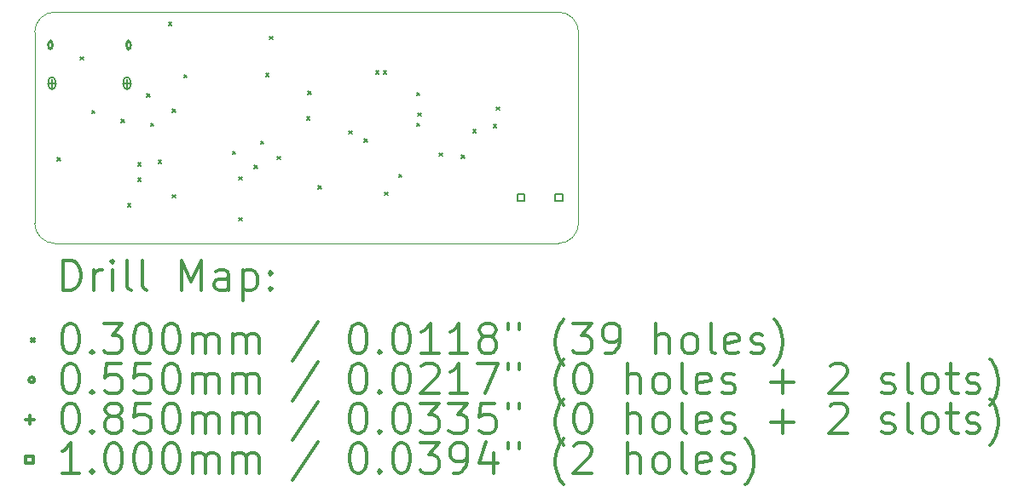
<source format=gbr>
%FSLAX45Y45*%
G04 Gerber Fmt 4.5, Leading zero omitted, Abs format (unit mm)*
G04 Created by KiCad (PCBNEW 5.1.10-88a1d61d58~90~ubuntu20.04.1) date 2022-01-29 20:14:57*
%MOMM*%
%LPD*%
G01*
G04 APERTURE LIST*
%TA.AperFunction,Profile*%
%ADD10C,0.038100*%
%TD*%
%ADD11C,0.200000*%
%ADD12C,0.300000*%
G04 APERTURE END LIST*
D10*
X3800000Y-2700000D02*
X3800000Y-4600000D01*
X9000000Y-2500000D02*
X4000000Y-2500000D01*
X9200000Y-4600000D02*
X9200000Y-2700000D01*
X4000000Y-4800000D02*
X9000000Y-4800000D01*
X3800000Y-2700000D02*
G75*
G02*
X4000000Y-2500000I200000J0D01*
G01*
X9000000Y-2500000D02*
G75*
G02*
X9200000Y-2700000I0J-200000D01*
G01*
X9200000Y-4600000D02*
G75*
G02*
X9000000Y-4800000I-200000J0D01*
G01*
X4000000Y-4800000D02*
G75*
G02*
X3800000Y-4600000I0J200000D01*
G01*
D11*
X4023600Y-3947400D02*
X4053600Y-3977400D01*
X4053600Y-3947400D02*
X4023600Y-3977400D01*
X4252200Y-2944100D02*
X4282200Y-2974100D01*
X4282200Y-2944100D02*
X4252200Y-2974100D01*
X4366500Y-3477500D02*
X4396500Y-3507500D01*
X4396500Y-3477500D02*
X4366500Y-3507500D01*
X4658600Y-3566400D02*
X4688600Y-3596400D01*
X4688600Y-3566400D02*
X4658600Y-3596400D01*
X4722100Y-4404600D02*
X4752100Y-4434600D01*
X4752100Y-4404600D02*
X4722100Y-4434600D01*
X4823700Y-3998200D02*
X4853700Y-4028200D01*
X4853700Y-3998200D02*
X4823700Y-4028200D01*
X4823700Y-4150600D02*
X4853700Y-4180600D01*
X4853700Y-4150600D02*
X4823700Y-4180600D01*
X4912600Y-3312400D02*
X4942600Y-3342400D01*
X4942600Y-3312400D02*
X4912600Y-3342400D01*
X4950700Y-3604500D02*
X4980700Y-3634500D01*
X4980700Y-3604500D02*
X4950700Y-3634500D01*
X5026900Y-3972800D02*
X5056900Y-4002800D01*
X5056900Y-3972800D02*
X5026900Y-4002800D01*
X5128500Y-2601200D02*
X5158500Y-2631200D01*
X5158500Y-2601200D02*
X5128500Y-2631200D01*
X5166600Y-3464800D02*
X5196600Y-3494800D01*
X5196600Y-3464800D02*
X5166600Y-3494800D01*
X5166600Y-4315700D02*
X5196600Y-4345700D01*
X5196600Y-4315700D02*
X5166600Y-4345700D01*
X5280900Y-3121900D02*
X5310900Y-3151900D01*
X5310900Y-3121900D02*
X5280900Y-3151900D01*
X5763500Y-3883900D02*
X5793500Y-3913900D01*
X5793500Y-3883900D02*
X5763500Y-3913900D01*
X5827000Y-4137900D02*
X5857000Y-4167900D01*
X5857000Y-4137900D02*
X5827000Y-4167900D01*
X5827000Y-4544300D02*
X5857000Y-4574300D01*
X5857000Y-4544300D02*
X5827000Y-4574300D01*
X5979400Y-4023600D02*
X6009400Y-4053600D01*
X6009400Y-4023600D02*
X5979400Y-4053600D01*
X6042900Y-3782300D02*
X6072900Y-3812300D01*
X6072900Y-3782300D02*
X6042900Y-3812300D01*
X6093700Y-3109200D02*
X6123700Y-3139200D01*
X6123700Y-3109200D02*
X6093700Y-3139200D01*
X6131800Y-2740900D02*
X6161800Y-2770900D01*
X6161800Y-2740900D02*
X6131800Y-2770900D01*
X6208000Y-3934700D02*
X6238000Y-3964700D01*
X6238000Y-3934700D02*
X6208000Y-3964700D01*
X6500100Y-3541000D02*
X6530100Y-3571000D01*
X6530100Y-3541000D02*
X6500100Y-3571000D01*
X6512800Y-3287000D02*
X6542800Y-3317000D01*
X6542800Y-3287000D02*
X6512800Y-3317000D01*
X6614400Y-4226800D02*
X6644400Y-4256800D01*
X6644400Y-4226800D02*
X6614400Y-4256800D01*
X6919200Y-3680700D02*
X6949200Y-3710700D01*
X6949200Y-3680700D02*
X6919200Y-3710700D01*
X7071600Y-3760506D02*
X7101600Y-3790506D01*
X7101600Y-3760506D02*
X7071600Y-3790506D01*
X7185900Y-3083800D02*
X7215900Y-3113800D01*
X7215900Y-3083800D02*
X7185900Y-3113800D01*
X7262100Y-3083800D02*
X7292100Y-3113800D01*
X7292100Y-3083800D02*
X7262100Y-3113800D01*
X7274800Y-4290300D02*
X7304800Y-4320300D01*
X7304800Y-4290300D02*
X7274800Y-4320300D01*
X7414500Y-4112500D02*
X7444500Y-4142500D01*
X7444500Y-4112500D02*
X7414500Y-4142500D01*
X7592300Y-3299700D02*
X7622300Y-3329700D01*
X7622300Y-3299700D02*
X7592300Y-3329700D01*
X7592300Y-3604500D02*
X7622300Y-3634500D01*
X7622300Y-3604500D02*
X7592300Y-3634500D01*
X7605000Y-3502900D02*
X7635000Y-3532900D01*
X7635000Y-3502900D02*
X7605000Y-3532900D01*
X7815650Y-3901850D02*
X7845650Y-3931850D01*
X7845650Y-3901850D02*
X7815650Y-3931850D01*
X8036800Y-3922000D02*
X8066800Y-3952000D01*
X8066800Y-3922000D02*
X8036800Y-3952000D01*
X8151100Y-3668000D02*
X8181100Y-3698000D01*
X8181100Y-3668000D02*
X8151100Y-3698000D01*
X8354300Y-3617200D02*
X8384300Y-3647200D01*
X8384300Y-3617200D02*
X8354300Y-3647200D01*
X8386050Y-3445750D02*
X8416050Y-3475750D01*
X8416050Y-3445750D02*
X8386050Y-3475750D01*
X3983400Y-2827600D02*
G75*
G03*
X3983400Y-2827600I-27500J0D01*
G01*
X3973400Y-2860100D02*
X3973400Y-2795100D01*
X3938400Y-2860100D02*
X3938400Y-2795100D01*
X3973400Y-2795100D02*
G75*
G03*
X3938400Y-2795100I-17500J0D01*
G01*
X3938400Y-2860100D02*
G75*
G03*
X3973400Y-2860100I17500J0D01*
G01*
X4758400Y-2827600D02*
G75*
G03*
X4758400Y-2827600I-27500J0D01*
G01*
X4748400Y-2860100D02*
X4748400Y-2795100D01*
X4713400Y-2860100D02*
X4713400Y-2795100D01*
X4748400Y-2795100D02*
G75*
G03*
X4713400Y-2795100I-17500J0D01*
G01*
X4713400Y-2860100D02*
G75*
G03*
X4748400Y-2860100I17500J0D01*
G01*
X3970900Y-3165100D02*
X3970900Y-3250100D01*
X3928400Y-3207600D02*
X4013400Y-3207600D01*
X4003400Y-3235100D02*
X4003400Y-3180100D01*
X3938400Y-3235100D02*
X3938400Y-3180100D01*
X4003400Y-3180100D02*
G75*
G03*
X3938400Y-3180100I-32500J0D01*
G01*
X3938400Y-3235100D02*
G75*
G03*
X4003400Y-3235100I32500J0D01*
G01*
X4715900Y-3165100D02*
X4715900Y-3250100D01*
X4673400Y-3207600D02*
X4758400Y-3207600D01*
X4748400Y-3235100D02*
X4748400Y-3180100D01*
X4683400Y-3235100D02*
X4683400Y-3180100D01*
X4748400Y-3180100D02*
G75*
G03*
X4683400Y-3180100I-32500J0D01*
G01*
X4683400Y-3235100D02*
G75*
G03*
X4748400Y-3235100I32500J0D01*
G01*
X8665006Y-4378756D02*
X8665006Y-4308044D01*
X8594294Y-4308044D01*
X8594294Y-4378756D01*
X8665006Y-4378756D01*
X9039656Y-4378756D02*
X9039656Y-4308044D01*
X8968944Y-4308044D01*
X8968944Y-4378756D01*
X9039656Y-4378756D01*
D12*
X4084523Y-5267619D02*
X4084523Y-4967619D01*
X4155952Y-4967619D01*
X4198809Y-4981905D01*
X4227381Y-5010477D01*
X4241666Y-5039048D01*
X4255952Y-5096191D01*
X4255952Y-5139048D01*
X4241666Y-5196191D01*
X4227381Y-5224762D01*
X4198809Y-5253334D01*
X4155952Y-5267619D01*
X4084523Y-5267619D01*
X4384523Y-5267619D02*
X4384523Y-5067619D01*
X4384523Y-5124762D02*
X4398809Y-5096191D01*
X4413095Y-5081905D01*
X4441666Y-5067619D01*
X4470238Y-5067619D01*
X4570238Y-5267619D02*
X4570238Y-5067619D01*
X4570238Y-4967619D02*
X4555952Y-4981905D01*
X4570238Y-4996191D01*
X4584523Y-4981905D01*
X4570238Y-4967619D01*
X4570238Y-4996191D01*
X4755952Y-5267619D02*
X4727381Y-5253334D01*
X4713095Y-5224762D01*
X4713095Y-4967619D01*
X4913095Y-5267619D02*
X4884523Y-5253334D01*
X4870238Y-5224762D01*
X4870238Y-4967619D01*
X5255952Y-5267619D02*
X5255952Y-4967619D01*
X5355952Y-5181905D01*
X5455952Y-4967619D01*
X5455952Y-5267619D01*
X5727381Y-5267619D02*
X5727381Y-5110477D01*
X5713095Y-5081905D01*
X5684523Y-5067619D01*
X5627381Y-5067619D01*
X5598809Y-5081905D01*
X5727381Y-5253334D02*
X5698809Y-5267619D01*
X5627381Y-5267619D01*
X5598809Y-5253334D01*
X5584523Y-5224762D01*
X5584523Y-5196191D01*
X5598809Y-5167619D01*
X5627381Y-5153334D01*
X5698809Y-5153334D01*
X5727381Y-5139048D01*
X5870238Y-5067619D02*
X5870238Y-5367619D01*
X5870238Y-5081905D02*
X5898809Y-5067619D01*
X5955952Y-5067619D01*
X5984523Y-5081905D01*
X5998809Y-5096191D01*
X6013095Y-5124762D01*
X6013095Y-5210477D01*
X5998809Y-5239048D01*
X5984523Y-5253334D01*
X5955952Y-5267619D01*
X5898809Y-5267619D01*
X5870238Y-5253334D01*
X6141666Y-5239048D02*
X6155952Y-5253334D01*
X6141666Y-5267619D01*
X6127381Y-5253334D01*
X6141666Y-5239048D01*
X6141666Y-5267619D01*
X6141666Y-5081905D02*
X6155952Y-5096191D01*
X6141666Y-5110477D01*
X6127381Y-5096191D01*
X6141666Y-5081905D01*
X6141666Y-5110477D01*
X3768095Y-5746905D02*
X3798095Y-5776905D01*
X3798095Y-5746905D02*
X3768095Y-5776905D01*
X4141666Y-5597619D02*
X4170238Y-5597619D01*
X4198809Y-5611905D01*
X4213095Y-5626191D01*
X4227381Y-5654762D01*
X4241666Y-5711905D01*
X4241666Y-5783334D01*
X4227381Y-5840476D01*
X4213095Y-5869048D01*
X4198809Y-5883334D01*
X4170238Y-5897619D01*
X4141666Y-5897619D01*
X4113095Y-5883334D01*
X4098809Y-5869048D01*
X4084523Y-5840476D01*
X4070238Y-5783334D01*
X4070238Y-5711905D01*
X4084523Y-5654762D01*
X4098809Y-5626191D01*
X4113095Y-5611905D01*
X4141666Y-5597619D01*
X4370238Y-5869048D02*
X4384523Y-5883334D01*
X4370238Y-5897619D01*
X4355952Y-5883334D01*
X4370238Y-5869048D01*
X4370238Y-5897619D01*
X4484523Y-5597619D02*
X4670238Y-5597619D01*
X4570238Y-5711905D01*
X4613095Y-5711905D01*
X4641666Y-5726191D01*
X4655952Y-5740476D01*
X4670238Y-5769048D01*
X4670238Y-5840476D01*
X4655952Y-5869048D01*
X4641666Y-5883334D01*
X4613095Y-5897619D01*
X4527381Y-5897619D01*
X4498809Y-5883334D01*
X4484523Y-5869048D01*
X4855952Y-5597619D02*
X4884523Y-5597619D01*
X4913095Y-5611905D01*
X4927381Y-5626191D01*
X4941666Y-5654762D01*
X4955952Y-5711905D01*
X4955952Y-5783334D01*
X4941666Y-5840476D01*
X4927381Y-5869048D01*
X4913095Y-5883334D01*
X4884523Y-5897619D01*
X4855952Y-5897619D01*
X4827381Y-5883334D01*
X4813095Y-5869048D01*
X4798809Y-5840476D01*
X4784523Y-5783334D01*
X4784523Y-5711905D01*
X4798809Y-5654762D01*
X4813095Y-5626191D01*
X4827381Y-5611905D01*
X4855952Y-5597619D01*
X5141666Y-5597619D02*
X5170238Y-5597619D01*
X5198809Y-5611905D01*
X5213095Y-5626191D01*
X5227381Y-5654762D01*
X5241666Y-5711905D01*
X5241666Y-5783334D01*
X5227381Y-5840476D01*
X5213095Y-5869048D01*
X5198809Y-5883334D01*
X5170238Y-5897619D01*
X5141666Y-5897619D01*
X5113095Y-5883334D01*
X5098809Y-5869048D01*
X5084523Y-5840476D01*
X5070238Y-5783334D01*
X5070238Y-5711905D01*
X5084523Y-5654762D01*
X5098809Y-5626191D01*
X5113095Y-5611905D01*
X5141666Y-5597619D01*
X5370238Y-5897619D02*
X5370238Y-5697619D01*
X5370238Y-5726191D02*
X5384523Y-5711905D01*
X5413095Y-5697619D01*
X5455952Y-5697619D01*
X5484523Y-5711905D01*
X5498809Y-5740476D01*
X5498809Y-5897619D01*
X5498809Y-5740476D02*
X5513095Y-5711905D01*
X5541666Y-5697619D01*
X5584523Y-5697619D01*
X5613095Y-5711905D01*
X5627381Y-5740476D01*
X5627381Y-5897619D01*
X5770238Y-5897619D02*
X5770238Y-5697619D01*
X5770238Y-5726191D02*
X5784523Y-5711905D01*
X5813095Y-5697619D01*
X5855952Y-5697619D01*
X5884523Y-5711905D01*
X5898809Y-5740476D01*
X5898809Y-5897619D01*
X5898809Y-5740476D02*
X5913095Y-5711905D01*
X5941666Y-5697619D01*
X5984523Y-5697619D01*
X6013095Y-5711905D01*
X6027381Y-5740476D01*
X6027381Y-5897619D01*
X6613095Y-5583334D02*
X6355952Y-5969048D01*
X6998809Y-5597619D02*
X7027381Y-5597619D01*
X7055952Y-5611905D01*
X7070238Y-5626191D01*
X7084523Y-5654762D01*
X7098809Y-5711905D01*
X7098809Y-5783334D01*
X7084523Y-5840476D01*
X7070238Y-5869048D01*
X7055952Y-5883334D01*
X7027381Y-5897619D01*
X6998809Y-5897619D01*
X6970238Y-5883334D01*
X6955952Y-5869048D01*
X6941666Y-5840476D01*
X6927381Y-5783334D01*
X6927381Y-5711905D01*
X6941666Y-5654762D01*
X6955952Y-5626191D01*
X6970238Y-5611905D01*
X6998809Y-5597619D01*
X7227381Y-5869048D02*
X7241666Y-5883334D01*
X7227381Y-5897619D01*
X7213095Y-5883334D01*
X7227381Y-5869048D01*
X7227381Y-5897619D01*
X7427381Y-5597619D02*
X7455952Y-5597619D01*
X7484523Y-5611905D01*
X7498809Y-5626191D01*
X7513095Y-5654762D01*
X7527381Y-5711905D01*
X7527381Y-5783334D01*
X7513095Y-5840476D01*
X7498809Y-5869048D01*
X7484523Y-5883334D01*
X7455952Y-5897619D01*
X7427381Y-5897619D01*
X7398809Y-5883334D01*
X7384523Y-5869048D01*
X7370238Y-5840476D01*
X7355952Y-5783334D01*
X7355952Y-5711905D01*
X7370238Y-5654762D01*
X7384523Y-5626191D01*
X7398809Y-5611905D01*
X7427381Y-5597619D01*
X7813095Y-5897619D02*
X7641666Y-5897619D01*
X7727381Y-5897619D02*
X7727381Y-5597619D01*
X7698809Y-5640476D01*
X7670238Y-5669048D01*
X7641666Y-5683334D01*
X8098809Y-5897619D02*
X7927381Y-5897619D01*
X8013095Y-5897619D02*
X8013095Y-5597619D01*
X7984523Y-5640476D01*
X7955952Y-5669048D01*
X7927381Y-5683334D01*
X8270238Y-5726191D02*
X8241666Y-5711905D01*
X8227381Y-5697619D01*
X8213095Y-5669048D01*
X8213095Y-5654762D01*
X8227381Y-5626191D01*
X8241666Y-5611905D01*
X8270238Y-5597619D01*
X8327381Y-5597619D01*
X8355952Y-5611905D01*
X8370238Y-5626191D01*
X8384523Y-5654762D01*
X8384523Y-5669048D01*
X8370238Y-5697619D01*
X8355952Y-5711905D01*
X8327381Y-5726191D01*
X8270238Y-5726191D01*
X8241666Y-5740476D01*
X8227381Y-5754762D01*
X8213095Y-5783334D01*
X8213095Y-5840476D01*
X8227381Y-5869048D01*
X8241666Y-5883334D01*
X8270238Y-5897619D01*
X8327381Y-5897619D01*
X8355952Y-5883334D01*
X8370238Y-5869048D01*
X8384523Y-5840476D01*
X8384523Y-5783334D01*
X8370238Y-5754762D01*
X8355952Y-5740476D01*
X8327381Y-5726191D01*
X8498809Y-5597619D02*
X8498809Y-5654762D01*
X8613095Y-5597619D02*
X8613095Y-5654762D01*
X9055952Y-6011905D02*
X9041666Y-5997619D01*
X9013095Y-5954762D01*
X8998809Y-5926191D01*
X8984523Y-5883334D01*
X8970238Y-5811905D01*
X8970238Y-5754762D01*
X8984523Y-5683334D01*
X8998809Y-5640476D01*
X9013095Y-5611905D01*
X9041666Y-5569048D01*
X9055952Y-5554762D01*
X9141666Y-5597619D02*
X9327381Y-5597619D01*
X9227381Y-5711905D01*
X9270238Y-5711905D01*
X9298809Y-5726191D01*
X9313095Y-5740476D01*
X9327381Y-5769048D01*
X9327381Y-5840476D01*
X9313095Y-5869048D01*
X9298809Y-5883334D01*
X9270238Y-5897619D01*
X9184523Y-5897619D01*
X9155952Y-5883334D01*
X9141666Y-5869048D01*
X9470238Y-5897619D02*
X9527381Y-5897619D01*
X9555952Y-5883334D01*
X9570238Y-5869048D01*
X9598809Y-5826191D01*
X9613095Y-5769048D01*
X9613095Y-5654762D01*
X9598809Y-5626191D01*
X9584523Y-5611905D01*
X9555952Y-5597619D01*
X9498809Y-5597619D01*
X9470238Y-5611905D01*
X9455952Y-5626191D01*
X9441666Y-5654762D01*
X9441666Y-5726191D01*
X9455952Y-5754762D01*
X9470238Y-5769048D01*
X9498809Y-5783334D01*
X9555952Y-5783334D01*
X9584523Y-5769048D01*
X9598809Y-5754762D01*
X9613095Y-5726191D01*
X9970238Y-5897619D02*
X9970238Y-5597619D01*
X10098809Y-5897619D02*
X10098809Y-5740476D01*
X10084523Y-5711905D01*
X10055952Y-5697619D01*
X10013095Y-5697619D01*
X9984523Y-5711905D01*
X9970238Y-5726191D01*
X10284523Y-5897619D02*
X10255952Y-5883334D01*
X10241666Y-5869048D01*
X10227381Y-5840476D01*
X10227381Y-5754762D01*
X10241666Y-5726191D01*
X10255952Y-5711905D01*
X10284523Y-5697619D01*
X10327381Y-5697619D01*
X10355952Y-5711905D01*
X10370238Y-5726191D01*
X10384523Y-5754762D01*
X10384523Y-5840476D01*
X10370238Y-5869048D01*
X10355952Y-5883334D01*
X10327381Y-5897619D01*
X10284523Y-5897619D01*
X10555952Y-5897619D02*
X10527381Y-5883334D01*
X10513095Y-5854762D01*
X10513095Y-5597619D01*
X10784523Y-5883334D02*
X10755952Y-5897619D01*
X10698809Y-5897619D01*
X10670238Y-5883334D01*
X10655952Y-5854762D01*
X10655952Y-5740476D01*
X10670238Y-5711905D01*
X10698809Y-5697619D01*
X10755952Y-5697619D01*
X10784523Y-5711905D01*
X10798809Y-5740476D01*
X10798809Y-5769048D01*
X10655952Y-5797619D01*
X10913095Y-5883334D02*
X10941666Y-5897619D01*
X10998809Y-5897619D01*
X11027381Y-5883334D01*
X11041666Y-5854762D01*
X11041666Y-5840476D01*
X11027381Y-5811905D01*
X10998809Y-5797619D01*
X10955952Y-5797619D01*
X10927381Y-5783334D01*
X10913095Y-5754762D01*
X10913095Y-5740476D01*
X10927381Y-5711905D01*
X10955952Y-5697619D01*
X10998809Y-5697619D01*
X11027381Y-5711905D01*
X11141666Y-6011905D02*
X11155952Y-5997619D01*
X11184523Y-5954762D01*
X11198809Y-5926191D01*
X11213095Y-5883334D01*
X11227381Y-5811905D01*
X11227381Y-5754762D01*
X11213095Y-5683334D01*
X11198809Y-5640476D01*
X11184523Y-5611905D01*
X11155952Y-5569048D01*
X11141666Y-5554762D01*
X3798095Y-6157905D02*
G75*
G03*
X3798095Y-6157905I-27500J0D01*
G01*
X4141666Y-5993619D02*
X4170238Y-5993619D01*
X4198809Y-6007905D01*
X4213095Y-6022191D01*
X4227381Y-6050762D01*
X4241666Y-6107905D01*
X4241666Y-6179334D01*
X4227381Y-6236476D01*
X4213095Y-6265048D01*
X4198809Y-6279334D01*
X4170238Y-6293619D01*
X4141666Y-6293619D01*
X4113095Y-6279334D01*
X4098809Y-6265048D01*
X4084523Y-6236476D01*
X4070238Y-6179334D01*
X4070238Y-6107905D01*
X4084523Y-6050762D01*
X4098809Y-6022191D01*
X4113095Y-6007905D01*
X4141666Y-5993619D01*
X4370238Y-6265048D02*
X4384523Y-6279334D01*
X4370238Y-6293619D01*
X4355952Y-6279334D01*
X4370238Y-6265048D01*
X4370238Y-6293619D01*
X4655952Y-5993619D02*
X4513095Y-5993619D01*
X4498809Y-6136476D01*
X4513095Y-6122191D01*
X4541666Y-6107905D01*
X4613095Y-6107905D01*
X4641666Y-6122191D01*
X4655952Y-6136476D01*
X4670238Y-6165048D01*
X4670238Y-6236476D01*
X4655952Y-6265048D01*
X4641666Y-6279334D01*
X4613095Y-6293619D01*
X4541666Y-6293619D01*
X4513095Y-6279334D01*
X4498809Y-6265048D01*
X4941666Y-5993619D02*
X4798809Y-5993619D01*
X4784523Y-6136476D01*
X4798809Y-6122191D01*
X4827381Y-6107905D01*
X4898809Y-6107905D01*
X4927381Y-6122191D01*
X4941666Y-6136476D01*
X4955952Y-6165048D01*
X4955952Y-6236476D01*
X4941666Y-6265048D01*
X4927381Y-6279334D01*
X4898809Y-6293619D01*
X4827381Y-6293619D01*
X4798809Y-6279334D01*
X4784523Y-6265048D01*
X5141666Y-5993619D02*
X5170238Y-5993619D01*
X5198809Y-6007905D01*
X5213095Y-6022191D01*
X5227381Y-6050762D01*
X5241666Y-6107905D01*
X5241666Y-6179334D01*
X5227381Y-6236476D01*
X5213095Y-6265048D01*
X5198809Y-6279334D01*
X5170238Y-6293619D01*
X5141666Y-6293619D01*
X5113095Y-6279334D01*
X5098809Y-6265048D01*
X5084523Y-6236476D01*
X5070238Y-6179334D01*
X5070238Y-6107905D01*
X5084523Y-6050762D01*
X5098809Y-6022191D01*
X5113095Y-6007905D01*
X5141666Y-5993619D01*
X5370238Y-6293619D02*
X5370238Y-6093619D01*
X5370238Y-6122191D02*
X5384523Y-6107905D01*
X5413095Y-6093619D01*
X5455952Y-6093619D01*
X5484523Y-6107905D01*
X5498809Y-6136476D01*
X5498809Y-6293619D01*
X5498809Y-6136476D02*
X5513095Y-6107905D01*
X5541666Y-6093619D01*
X5584523Y-6093619D01*
X5613095Y-6107905D01*
X5627381Y-6136476D01*
X5627381Y-6293619D01*
X5770238Y-6293619D02*
X5770238Y-6093619D01*
X5770238Y-6122191D02*
X5784523Y-6107905D01*
X5813095Y-6093619D01*
X5855952Y-6093619D01*
X5884523Y-6107905D01*
X5898809Y-6136476D01*
X5898809Y-6293619D01*
X5898809Y-6136476D02*
X5913095Y-6107905D01*
X5941666Y-6093619D01*
X5984523Y-6093619D01*
X6013095Y-6107905D01*
X6027381Y-6136476D01*
X6027381Y-6293619D01*
X6613095Y-5979334D02*
X6355952Y-6365048D01*
X6998809Y-5993619D02*
X7027381Y-5993619D01*
X7055952Y-6007905D01*
X7070238Y-6022191D01*
X7084523Y-6050762D01*
X7098809Y-6107905D01*
X7098809Y-6179334D01*
X7084523Y-6236476D01*
X7070238Y-6265048D01*
X7055952Y-6279334D01*
X7027381Y-6293619D01*
X6998809Y-6293619D01*
X6970238Y-6279334D01*
X6955952Y-6265048D01*
X6941666Y-6236476D01*
X6927381Y-6179334D01*
X6927381Y-6107905D01*
X6941666Y-6050762D01*
X6955952Y-6022191D01*
X6970238Y-6007905D01*
X6998809Y-5993619D01*
X7227381Y-6265048D02*
X7241666Y-6279334D01*
X7227381Y-6293619D01*
X7213095Y-6279334D01*
X7227381Y-6265048D01*
X7227381Y-6293619D01*
X7427381Y-5993619D02*
X7455952Y-5993619D01*
X7484523Y-6007905D01*
X7498809Y-6022191D01*
X7513095Y-6050762D01*
X7527381Y-6107905D01*
X7527381Y-6179334D01*
X7513095Y-6236476D01*
X7498809Y-6265048D01*
X7484523Y-6279334D01*
X7455952Y-6293619D01*
X7427381Y-6293619D01*
X7398809Y-6279334D01*
X7384523Y-6265048D01*
X7370238Y-6236476D01*
X7355952Y-6179334D01*
X7355952Y-6107905D01*
X7370238Y-6050762D01*
X7384523Y-6022191D01*
X7398809Y-6007905D01*
X7427381Y-5993619D01*
X7641666Y-6022191D02*
X7655952Y-6007905D01*
X7684523Y-5993619D01*
X7755952Y-5993619D01*
X7784523Y-6007905D01*
X7798809Y-6022191D01*
X7813095Y-6050762D01*
X7813095Y-6079334D01*
X7798809Y-6122191D01*
X7627381Y-6293619D01*
X7813095Y-6293619D01*
X8098809Y-6293619D02*
X7927381Y-6293619D01*
X8013095Y-6293619D02*
X8013095Y-5993619D01*
X7984523Y-6036476D01*
X7955952Y-6065048D01*
X7927381Y-6079334D01*
X8198809Y-5993619D02*
X8398809Y-5993619D01*
X8270238Y-6293619D01*
X8498809Y-5993619D02*
X8498809Y-6050762D01*
X8613095Y-5993619D02*
X8613095Y-6050762D01*
X9055952Y-6407905D02*
X9041666Y-6393619D01*
X9013095Y-6350762D01*
X8998809Y-6322191D01*
X8984523Y-6279334D01*
X8970238Y-6207905D01*
X8970238Y-6150762D01*
X8984523Y-6079334D01*
X8998809Y-6036476D01*
X9013095Y-6007905D01*
X9041666Y-5965048D01*
X9055952Y-5950762D01*
X9227381Y-5993619D02*
X9255952Y-5993619D01*
X9284523Y-6007905D01*
X9298809Y-6022191D01*
X9313095Y-6050762D01*
X9327381Y-6107905D01*
X9327381Y-6179334D01*
X9313095Y-6236476D01*
X9298809Y-6265048D01*
X9284523Y-6279334D01*
X9255952Y-6293619D01*
X9227381Y-6293619D01*
X9198809Y-6279334D01*
X9184523Y-6265048D01*
X9170238Y-6236476D01*
X9155952Y-6179334D01*
X9155952Y-6107905D01*
X9170238Y-6050762D01*
X9184523Y-6022191D01*
X9198809Y-6007905D01*
X9227381Y-5993619D01*
X9684523Y-6293619D02*
X9684523Y-5993619D01*
X9813095Y-6293619D02*
X9813095Y-6136476D01*
X9798809Y-6107905D01*
X9770238Y-6093619D01*
X9727381Y-6093619D01*
X9698809Y-6107905D01*
X9684523Y-6122191D01*
X9998809Y-6293619D02*
X9970238Y-6279334D01*
X9955952Y-6265048D01*
X9941666Y-6236476D01*
X9941666Y-6150762D01*
X9955952Y-6122191D01*
X9970238Y-6107905D01*
X9998809Y-6093619D01*
X10041666Y-6093619D01*
X10070238Y-6107905D01*
X10084523Y-6122191D01*
X10098809Y-6150762D01*
X10098809Y-6236476D01*
X10084523Y-6265048D01*
X10070238Y-6279334D01*
X10041666Y-6293619D01*
X9998809Y-6293619D01*
X10270238Y-6293619D02*
X10241666Y-6279334D01*
X10227381Y-6250762D01*
X10227381Y-5993619D01*
X10498809Y-6279334D02*
X10470238Y-6293619D01*
X10413095Y-6293619D01*
X10384523Y-6279334D01*
X10370238Y-6250762D01*
X10370238Y-6136476D01*
X10384523Y-6107905D01*
X10413095Y-6093619D01*
X10470238Y-6093619D01*
X10498809Y-6107905D01*
X10513095Y-6136476D01*
X10513095Y-6165048D01*
X10370238Y-6193619D01*
X10627381Y-6279334D02*
X10655952Y-6293619D01*
X10713095Y-6293619D01*
X10741666Y-6279334D01*
X10755952Y-6250762D01*
X10755952Y-6236476D01*
X10741666Y-6207905D01*
X10713095Y-6193619D01*
X10670238Y-6193619D01*
X10641666Y-6179334D01*
X10627381Y-6150762D01*
X10627381Y-6136476D01*
X10641666Y-6107905D01*
X10670238Y-6093619D01*
X10713095Y-6093619D01*
X10741666Y-6107905D01*
X11113095Y-6179334D02*
X11341666Y-6179334D01*
X11227381Y-6293619D02*
X11227381Y-6065048D01*
X11698809Y-6022191D02*
X11713095Y-6007905D01*
X11741666Y-5993619D01*
X11813095Y-5993619D01*
X11841666Y-6007905D01*
X11855952Y-6022191D01*
X11870238Y-6050762D01*
X11870238Y-6079334D01*
X11855952Y-6122191D01*
X11684523Y-6293619D01*
X11870238Y-6293619D01*
X12213095Y-6279334D02*
X12241666Y-6293619D01*
X12298809Y-6293619D01*
X12327381Y-6279334D01*
X12341666Y-6250762D01*
X12341666Y-6236476D01*
X12327381Y-6207905D01*
X12298809Y-6193619D01*
X12255952Y-6193619D01*
X12227381Y-6179334D01*
X12213095Y-6150762D01*
X12213095Y-6136476D01*
X12227381Y-6107905D01*
X12255952Y-6093619D01*
X12298809Y-6093619D01*
X12327381Y-6107905D01*
X12513095Y-6293619D02*
X12484523Y-6279334D01*
X12470238Y-6250762D01*
X12470238Y-5993619D01*
X12670238Y-6293619D02*
X12641666Y-6279334D01*
X12627381Y-6265048D01*
X12613095Y-6236476D01*
X12613095Y-6150762D01*
X12627381Y-6122191D01*
X12641666Y-6107905D01*
X12670238Y-6093619D01*
X12713095Y-6093619D01*
X12741666Y-6107905D01*
X12755952Y-6122191D01*
X12770238Y-6150762D01*
X12770238Y-6236476D01*
X12755952Y-6265048D01*
X12741666Y-6279334D01*
X12713095Y-6293619D01*
X12670238Y-6293619D01*
X12855952Y-6093619D02*
X12970238Y-6093619D01*
X12898809Y-5993619D02*
X12898809Y-6250762D01*
X12913095Y-6279334D01*
X12941666Y-6293619D01*
X12970238Y-6293619D01*
X13055952Y-6279334D02*
X13084523Y-6293619D01*
X13141666Y-6293619D01*
X13170238Y-6279334D01*
X13184523Y-6250762D01*
X13184523Y-6236476D01*
X13170238Y-6207905D01*
X13141666Y-6193619D01*
X13098809Y-6193619D01*
X13070238Y-6179334D01*
X13055952Y-6150762D01*
X13055952Y-6136476D01*
X13070238Y-6107905D01*
X13098809Y-6093619D01*
X13141666Y-6093619D01*
X13170238Y-6107905D01*
X13284523Y-6407905D02*
X13298809Y-6393619D01*
X13327381Y-6350762D01*
X13341666Y-6322191D01*
X13355952Y-6279334D01*
X13370238Y-6207905D01*
X13370238Y-6150762D01*
X13355952Y-6079334D01*
X13341666Y-6036476D01*
X13327381Y-6007905D01*
X13298809Y-5965048D01*
X13284523Y-5950762D01*
X3755595Y-6511405D02*
X3755595Y-6596405D01*
X3713095Y-6553905D02*
X3798095Y-6553905D01*
X4141666Y-6389619D02*
X4170238Y-6389619D01*
X4198809Y-6403905D01*
X4213095Y-6418191D01*
X4227381Y-6446762D01*
X4241666Y-6503905D01*
X4241666Y-6575334D01*
X4227381Y-6632476D01*
X4213095Y-6661048D01*
X4198809Y-6675334D01*
X4170238Y-6689619D01*
X4141666Y-6689619D01*
X4113095Y-6675334D01*
X4098809Y-6661048D01*
X4084523Y-6632476D01*
X4070238Y-6575334D01*
X4070238Y-6503905D01*
X4084523Y-6446762D01*
X4098809Y-6418191D01*
X4113095Y-6403905D01*
X4141666Y-6389619D01*
X4370238Y-6661048D02*
X4384523Y-6675334D01*
X4370238Y-6689619D01*
X4355952Y-6675334D01*
X4370238Y-6661048D01*
X4370238Y-6689619D01*
X4555952Y-6518191D02*
X4527381Y-6503905D01*
X4513095Y-6489619D01*
X4498809Y-6461048D01*
X4498809Y-6446762D01*
X4513095Y-6418191D01*
X4527381Y-6403905D01*
X4555952Y-6389619D01*
X4613095Y-6389619D01*
X4641666Y-6403905D01*
X4655952Y-6418191D01*
X4670238Y-6446762D01*
X4670238Y-6461048D01*
X4655952Y-6489619D01*
X4641666Y-6503905D01*
X4613095Y-6518191D01*
X4555952Y-6518191D01*
X4527381Y-6532476D01*
X4513095Y-6546762D01*
X4498809Y-6575334D01*
X4498809Y-6632476D01*
X4513095Y-6661048D01*
X4527381Y-6675334D01*
X4555952Y-6689619D01*
X4613095Y-6689619D01*
X4641666Y-6675334D01*
X4655952Y-6661048D01*
X4670238Y-6632476D01*
X4670238Y-6575334D01*
X4655952Y-6546762D01*
X4641666Y-6532476D01*
X4613095Y-6518191D01*
X4941666Y-6389619D02*
X4798809Y-6389619D01*
X4784523Y-6532476D01*
X4798809Y-6518191D01*
X4827381Y-6503905D01*
X4898809Y-6503905D01*
X4927381Y-6518191D01*
X4941666Y-6532476D01*
X4955952Y-6561048D01*
X4955952Y-6632476D01*
X4941666Y-6661048D01*
X4927381Y-6675334D01*
X4898809Y-6689619D01*
X4827381Y-6689619D01*
X4798809Y-6675334D01*
X4784523Y-6661048D01*
X5141666Y-6389619D02*
X5170238Y-6389619D01*
X5198809Y-6403905D01*
X5213095Y-6418191D01*
X5227381Y-6446762D01*
X5241666Y-6503905D01*
X5241666Y-6575334D01*
X5227381Y-6632476D01*
X5213095Y-6661048D01*
X5198809Y-6675334D01*
X5170238Y-6689619D01*
X5141666Y-6689619D01*
X5113095Y-6675334D01*
X5098809Y-6661048D01*
X5084523Y-6632476D01*
X5070238Y-6575334D01*
X5070238Y-6503905D01*
X5084523Y-6446762D01*
X5098809Y-6418191D01*
X5113095Y-6403905D01*
X5141666Y-6389619D01*
X5370238Y-6689619D02*
X5370238Y-6489619D01*
X5370238Y-6518191D02*
X5384523Y-6503905D01*
X5413095Y-6489619D01*
X5455952Y-6489619D01*
X5484523Y-6503905D01*
X5498809Y-6532476D01*
X5498809Y-6689619D01*
X5498809Y-6532476D02*
X5513095Y-6503905D01*
X5541666Y-6489619D01*
X5584523Y-6489619D01*
X5613095Y-6503905D01*
X5627381Y-6532476D01*
X5627381Y-6689619D01*
X5770238Y-6689619D02*
X5770238Y-6489619D01*
X5770238Y-6518191D02*
X5784523Y-6503905D01*
X5813095Y-6489619D01*
X5855952Y-6489619D01*
X5884523Y-6503905D01*
X5898809Y-6532476D01*
X5898809Y-6689619D01*
X5898809Y-6532476D02*
X5913095Y-6503905D01*
X5941666Y-6489619D01*
X5984523Y-6489619D01*
X6013095Y-6503905D01*
X6027381Y-6532476D01*
X6027381Y-6689619D01*
X6613095Y-6375334D02*
X6355952Y-6761048D01*
X6998809Y-6389619D02*
X7027381Y-6389619D01*
X7055952Y-6403905D01*
X7070238Y-6418191D01*
X7084523Y-6446762D01*
X7098809Y-6503905D01*
X7098809Y-6575334D01*
X7084523Y-6632476D01*
X7070238Y-6661048D01*
X7055952Y-6675334D01*
X7027381Y-6689619D01*
X6998809Y-6689619D01*
X6970238Y-6675334D01*
X6955952Y-6661048D01*
X6941666Y-6632476D01*
X6927381Y-6575334D01*
X6927381Y-6503905D01*
X6941666Y-6446762D01*
X6955952Y-6418191D01*
X6970238Y-6403905D01*
X6998809Y-6389619D01*
X7227381Y-6661048D02*
X7241666Y-6675334D01*
X7227381Y-6689619D01*
X7213095Y-6675334D01*
X7227381Y-6661048D01*
X7227381Y-6689619D01*
X7427381Y-6389619D02*
X7455952Y-6389619D01*
X7484523Y-6403905D01*
X7498809Y-6418191D01*
X7513095Y-6446762D01*
X7527381Y-6503905D01*
X7527381Y-6575334D01*
X7513095Y-6632476D01*
X7498809Y-6661048D01*
X7484523Y-6675334D01*
X7455952Y-6689619D01*
X7427381Y-6689619D01*
X7398809Y-6675334D01*
X7384523Y-6661048D01*
X7370238Y-6632476D01*
X7355952Y-6575334D01*
X7355952Y-6503905D01*
X7370238Y-6446762D01*
X7384523Y-6418191D01*
X7398809Y-6403905D01*
X7427381Y-6389619D01*
X7627381Y-6389619D02*
X7813095Y-6389619D01*
X7713095Y-6503905D01*
X7755952Y-6503905D01*
X7784523Y-6518191D01*
X7798809Y-6532476D01*
X7813095Y-6561048D01*
X7813095Y-6632476D01*
X7798809Y-6661048D01*
X7784523Y-6675334D01*
X7755952Y-6689619D01*
X7670238Y-6689619D01*
X7641666Y-6675334D01*
X7627381Y-6661048D01*
X7913095Y-6389619D02*
X8098809Y-6389619D01*
X7998809Y-6503905D01*
X8041666Y-6503905D01*
X8070238Y-6518191D01*
X8084523Y-6532476D01*
X8098809Y-6561048D01*
X8098809Y-6632476D01*
X8084523Y-6661048D01*
X8070238Y-6675334D01*
X8041666Y-6689619D01*
X7955952Y-6689619D01*
X7927381Y-6675334D01*
X7913095Y-6661048D01*
X8370238Y-6389619D02*
X8227381Y-6389619D01*
X8213095Y-6532476D01*
X8227381Y-6518191D01*
X8255952Y-6503905D01*
X8327381Y-6503905D01*
X8355952Y-6518191D01*
X8370238Y-6532476D01*
X8384523Y-6561048D01*
X8384523Y-6632476D01*
X8370238Y-6661048D01*
X8355952Y-6675334D01*
X8327381Y-6689619D01*
X8255952Y-6689619D01*
X8227381Y-6675334D01*
X8213095Y-6661048D01*
X8498809Y-6389619D02*
X8498809Y-6446762D01*
X8613095Y-6389619D02*
X8613095Y-6446762D01*
X9055952Y-6803905D02*
X9041666Y-6789619D01*
X9013095Y-6746762D01*
X8998809Y-6718191D01*
X8984523Y-6675334D01*
X8970238Y-6603905D01*
X8970238Y-6546762D01*
X8984523Y-6475334D01*
X8998809Y-6432476D01*
X9013095Y-6403905D01*
X9041666Y-6361048D01*
X9055952Y-6346762D01*
X9227381Y-6389619D02*
X9255952Y-6389619D01*
X9284523Y-6403905D01*
X9298809Y-6418191D01*
X9313095Y-6446762D01*
X9327381Y-6503905D01*
X9327381Y-6575334D01*
X9313095Y-6632476D01*
X9298809Y-6661048D01*
X9284523Y-6675334D01*
X9255952Y-6689619D01*
X9227381Y-6689619D01*
X9198809Y-6675334D01*
X9184523Y-6661048D01*
X9170238Y-6632476D01*
X9155952Y-6575334D01*
X9155952Y-6503905D01*
X9170238Y-6446762D01*
X9184523Y-6418191D01*
X9198809Y-6403905D01*
X9227381Y-6389619D01*
X9684523Y-6689619D02*
X9684523Y-6389619D01*
X9813095Y-6689619D02*
X9813095Y-6532476D01*
X9798809Y-6503905D01*
X9770238Y-6489619D01*
X9727381Y-6489619D01*
X9698809Y-6503905D01*
X9684523Y-6518191D01*
X9998809Y-6689619D02*
X9970238Y-6675334D01*
X9955952Y-6661048D01*
X9941666Y-6632476D01*
X9941666Y-6546762D01*
X9955952Y-6518191D01*
X9970238Y-6503905D01*
X9998809Y-6489619D01*
X10041666Y-6489619D01*
X10070238Y-6503905D01*
X10084523Y-6518191D01*
X10098809Y-6546762D01*
X10098809Y-6632476D01*
X10084523Y-6661048D01*
X10070238Y-6675334D01*
X10041666Y-6689619D01*
X9998809Y-6689619D01*
X10270238Y-6689619D02*
X10241666Y-6675334D01*
X10227381Y-6646762D01*
X10227381Y-6389619D01*
X10498809Y-6675334D02*
X10470238Y-6689619D01*
X10413095Y-6689619D01*
X10384523Y-6675334D01*
X10370238Y-6646762D01*
X10370238Y-6532476D01*
X10384523Y-6503905D01*
X10413095Y-6489619D01*
X10470238Y-6489619D01*
X10498809Y-6503905D01*
X10513095Y-6532476D01*
X10513095Y-6561048D01*
X10370238Y-6589619D01*
X10627381Y-6675334D02*
X10655952Y-6689619D01*
X10713095Y-6689619D01*
X10741666Y-6675334D01*
X10755952Y-6646762D01*
X10755952Y-6632476D01*
X10741666Y-6603905D01*
X10713095Y-6589619D01*
X10670238Y-6589619D01*
X10641666Y-6575334D01*
X10627381Y-6546762D01*
X10627381Y-6532476D01*
X10641666Y-6503905D01*
X10670238Y-6489619D01*
X10713095Y-6489619D01*
X10741666Y-6503905D01*
X11113095Y-6575334D02*
X11341666Y-6575334D01*
X11227381Y-6689619D02*
X11227381Y-6461048D01*
X11698809Y-6418191D02*
X11713095Y-6403905D01*
X11741666Y-6389619D01*
X11813095Y-6389619D01*
X11841666Y-6403905D01*
X11855952Y-6418191D01*
X11870238Y-6446762D01*
X11870238Y-6475334D01*
X11855952Y-6518191D01*
X11684523Y-6689619D01*
X11870238Y-6689619D01*
X12213095Y-6675334D02*
X12241666Y-6689619D01*
X12298809Y-6689619D01*
X12327381Y-6675334D01*
X12341666Y-6646762D01*
X12341666Y-6632476D01*
X12327381Y-6603905D01*
X12298809Y-6589619D01*
X12255952Y-6589619D01*
X12227381Y-6575334D01*
X12213095Y-6546762D01*
X12213095Y-6532476D01*
X12227381Y-6503905D01*
X12255952Y-6489619D01*
X12298809Y-6489619D01*
X12327381Y-6503905D01*
X12513095Y-6689619D02*
X12484523Y-6675334D01*
X12470238Y-6646762D01*
X12470238Y-6389619D01*
X12670238Y-6689619D02*
X12641666Y-6675334D01*
X12627381Y-6661048D01*
X12613095Y-6632476D01*
X12613095Y-6546762D01*
X12627381Y-6518191D01*
X12641666Y-6503905D01*
X12670238Y-6489619D01*
X12713095Y-6489619D01*
X12741666Y-6503905D01*
X12755952Y-6518191D01*
X12770238Y-6546762D01*
X12770238Y-6632476D01*
X12755952Y-6661048D01*
X12741666Y-6675334D01*
X12713095Y-6689619D01*
X12670238Y-6689619D01*
X12855952Y-6489619D02*
X12970238Y-6489619D01*
X12898809Y-6389619D02*
X12898809Y-6646762D01*
X12913095Y-6675334D01*
X12941666Y-6689619D01*
X12970238Y-6689619D01*
X13055952Y-6675334D02*
X13084523Y-6689619D01*
X13141666Y-6689619D01*
X13170238Y-6675334D01*
X13184523Y-6646762D01*
X13184523Y-6632476D01*
X13170238Y-6603905D01*
X13141666Y-6589619D01*
X13098809Y-6589619D01*
X13070238Y-6575334D01*
X13055952Y-6546762D01*
X13055952Y-6532476D01*
X13070238Y-6503905D01*
X13098809Y-6489619D01*
X13141666Y-6489619D01*
X13170238Y-6503905D01*
X13284523Y-6803905D02*
X13298809Y-6789619D01*
X13327381Y-6746762D01*
X13341666Y-6718191D01*
X13355952Y-6675334D01*
X13370238Y-6603905D01*
X13370238Y-6546762D01*
X13355952Y-6475334D01*
X13341666Y-6432476D01*
X13327381Y-6403905D01*
X13298809Y-6361048D01*
X13284523Y-6346762D01*
X3783451Y-6985261D02*
X3783451Y-6914549D01*
X3712739Y-6914549D01*
X3712739Y-6985261D01*
X3783451Y-6985261D01*
X4241666Y-7085619D02*
X4070238Y-7085619D01*
X4155952Y-7085619D02*
X4155952Y-6785619D01*
X4127381Y-6828476D01*
X4098809Y-6857048D01*
X4070238Y-6871334D01*
X4370238Y-7057048D02*
X4384523Y-7071334D01*
X4370238Y-7085619D01*
X4355952Y-7071334D01*
X4370238Y-7057048D01*
X4370238Y-7085619D01*
X4570238Y-6785619D02*
X4598809Y-6785619D01*
X4627381Y-6799905D01*
X4641666Y-6814191D01*
X4655952Y-6842762D01*
X4670238Y-6899905D01*
X4670238Y-6971334D01*
X4655952Y-7028476D01*
X4641666Y-7057048D01*
X4627381Y-7071334D01*
X4598809Y-7085619D01*
X4570238Y-7085619D01*
X4541666Y-7071334D01*
X4527381Y-7057048D01*
X4513095Y-7028476D01*
X4498809Y-6971334D01*
X4498809Y-6899905D01*
X4513095Y-6842762D01*
X4527381Y-6814191D01*
X4541666Y-6799905D01*
X4570238Y-6785619D01*
X4855952Y-6785619D02*
X4884523Y-6785619D01*
X4913095Y-6799905D01*
X4927381Y-6814191D01*
X4941666Y-6842762D01*
X4955952Y-6899905D01*
X4955952Y-6971334D01*
X4941666Y-7028476D01*
X4927381Y-7057048D01*
X4913095Y-7071334D01*
X4884523Y-7085619D01*
X4855952Y-7085619D01*
X4827381Y-7071334D01*
X4813095Y-7057048D01*
X4798809Y-7028476D01*
X4784523Y-6971334D01*
X4784523Y-6899905D01*
X4798809Y-6842762D01*
X4813095Y-6814191D01*
X4827381Y-6799905D01*
X4855952Y-6785619D01*
X5141666Y-6785619D02*
X5170238Y-6785619D01*
X5198809Y-6799905D01*
X5213095Y-6814191D01*
X5227381Y-6842762D01*
X5241666Y-6899905D01*
X5241666Y-6971334D01*
X5227381Y-7028476D01*
X5213095Y-7057048D01*
X5198809Y-7071334D01*
X5170238Y-7085619D01*
X5141666Y-7085619D01*
X5113095Y-7071334D01*
X5098809Y-7057048D01*
X5084523Y-7028476D01*
X5070238Y-6971334D01*
X5070238Y-6899905D01*
X5084523Y-6842762D01*
X5098809Y-6814191D01*
X5113095Y-6799905D01*
X5141666Y-6785619D01*
X5370238Y-7085619D02*
X5370238Y-6885619D01*
X5370238Y-6914191D02*
X5384523Y-6899905D01*
X5413095Y-6885619D01*
X5455952Y-6885619D01*
X5484523Y-6899905D01*
X5498809Y-6928476D01*
X5498809Y-7085619D01*
X5498809Y-6928476D02*
X5513095Y-6899905D01*
X5541666Y-6885619D01*
X5584523Y-6885619D01*
X5613095Y-6899905D01*
X5627381Y-6928476D01*
X5627381Y-7085619D01*
X5770238Y-7085619D02*
X5770238Y-6885619D01*
X5770238Y-6914191D02*
X5784523Y-6899905D01*
X5813095Y-6885619D01*
X5855952Y-6885619D01*
X5884523Y-6899905D01*
X5898809Y-6928476D01*
X5898809Y-7085619D01*
X5898809Y-6928476D02*
X5913095Y-6899905D01*
X5941666Y-6885619D01*
X5984523Y-6885619D01*
X6013095Y-6899905D01*
X6027381Y-6928476D01*
X6027381Y-7085619D01*
X6613095Y-6771334D02*
X6355952Y-7157048D01*
X6998809Y-6785619D02*
X7027381Y-6785619D01*
X7055952Y-6799905D01*
X7070238Y-6814191D01*
X7084523Y-6842762D01*
X7098809Y-6899905D01*
X7098809Y-6971334D01*
X7084523Y-7028476D01*
X7070238Y-7057048D01*
X7055952Y-7071334D01*
X7027381Y-7085619D01*
X6998809Y-7085619D01*
X6970238Y-7071334D01*
X6955952Y-7057048D01*
X6941666Y-7028476D01*
X6927381Y-6971334D01*
X6927381Y-6899905D01*
X6941666Y-6842762D01*
X6955952Y-6814191D01*
X6970238Y-6799905D01*
X6998809Y-6785619D01*
X7227381Y-7057048D02*
X7241666Y-7071334D01*
X7227381Y-7085619D01*
X7213095Y-7071334D01*
X7227381Y-7057048D01*
X7227381Y-7085619D01*
X7427381Y-6785619D02*
X7455952Y-6785619D01*
X7484523Y-6799905D01*
X7498809Y-6814191D01*
X7513095Y-6842762D01*
X7527381Y-6899905D01*
X7527381Y-6971334D01*
X7513095Y-7028476D01*
X7498809Y-7057048D01*
X7484523Y-7071334D01*
X7455952Y-7085619D01*
X7427381Y-7085619D01*
X7398809Y-7071334D01*
X7384523Y-7057048D01*
X7370238Y-7028476D01*
X7355952Y-6971334D01*
X7355952Y-6899905D01*
X7370238Y-6842762D01*
X7384523Y-6814191D01*
X7398809Y-6799905D01*
X7427381Y-6785619D01*
X7627381Y-6785619D02*
X7813095Y-6785619D01*
X7713095Y-6899905D01*
X7755952Y-6899905D01*
X7784523Y-6914191D01*
X7798809Y-6928476D01*
X7813095Y-6957048D01*
X7813095Y-7028476D01*
X7798809Y-7057048D01*
X7784523Y-7071334D01*
X7755952Y-7085619D01*
X7670238Y-7085619D01*
X7641666Y-7071334D01*
X7627381Y-7057048D01*
X7955952Y-7085619D02*
X8013095Y-7085619D01*
X8041666Y-7071334D01*
X8055952Y-7057048D01*
X8084523Y-7014191D01*
X8098809Y-6957048D01*
X8098809Y-6842762D01*
X8084523Y-6814191D01*
X8070238Y-6799905D01*
X8041666Y-6785619D01*
X7984523Y-6785619D01*
X7955952Y-6799905D01*
X7941666Y-6814191D01*
X7927381Y-6842762D01*
X7927381Y-6914191D01*
X7941666Y-6942762D01*
X7955952Y-6957048D01*
X7984523Y-6971334D01*
X8041666Y-6971334D01*
X8070238Y-6957048D01*
X8084523Y-6942762D01*
X8098809Y-6914191D01*
X8355952Y-6885619D02*
X8355952Y-7085619D01*
X8284523Y-6771334D02*
X8213095Y-6985619D01*
X8398809Y-6985619D01*
X8498809Y-6785619D02*
X8498809Y-6842762D01*
X8613095Y-6785619D02*
X8613095Y-6842762D01*
X9055952Y-7199905D02*
X9041666Y-7185619D01*
X9013095Y-7142762D01*
X8998809Y-7114191D01*
X8984523Y-7071334D01*
X8970238Y-6999905D01*
X8970238Y-6942762D01*
X8984523Y-6871334D01*
X8998809Y-6828476D01*
X9013095Y-6799905D01*
X9041666Y-6757048D01*
X9055952Y-6742762D01*
X9155952Y-6814191D02*
X9170238Y-6799905D01*
X9198809Y-6785619D01*
X9270238Y-6785619D01*
X9298809Y-6799905D01*
X9313095Y-6814191D01*
X9327381Y-6842762D01*
X9327381Y-6871334D01*
X9313095Y-6914191D01*
X9141666Y-7085619D01*
X9327381Y-7085619D01*
X9684523Y-7085619D02*
X9684523Y-6785619D01*
X9813095Y-7085619D02*
X9813095Y-6928476D01*
X9798809Y-6899905D01*
X9770238Y-6885619D01*
X9727381Y-6885619D01*
X9698809Y-6899905D01*
X9684523Y-6914191D01*
X9998809Y-7085619D02*
X9970238Y-7071334D01*
X9955952Y-7057048D01*
X9941666Y-7028476D01*
X9941666Y-6942762D01*
X9955952Y-6914191D01*
X9970238Y-6899905D01*
X9998809Y-6885619D01*
X10041666Y-6885619D01*
X10070238Y-6899905D01*
X10084523Y-6914191D01*
X10098809Y-6942762D01*
X10098809Y-7028476D01*
X10084523Y-7057048D01*
X10070238Y-7071334D01*
X10041666Y-7085619D01*
X9998809Y-7085619D01*
X10270238Y-7085619D02*
X10241666Y-7071334D01*
X10227381Y-7042762D01*
X10227381Y-6785619D01*
X10498809Y-7071334D02*
X10470238Y-7085619D01*
X10413095Y-7085619D01*
X10384523Y-7071334D01*
X10370238Y-7042762D01*
X10370238Y-6928476D01*
X10384523Y-6899905D01*
X10413095Y-6885619D01*
X10470238Y-6885619D01*
X10498809Y-6899905D01*
X10513095Y-6928476D01*
X10513095Y-6957048D01*
X10370238Y-6985619D01*
X10627381Y-7071334D02*
X10655952Y-7085619D01*
X10713095Y-7085619D01*
X10741666Y-7071334D01*
X10755952Y-7042762D01*
X10755952Y-7028476D01*
X10741666Y-6999905D01*
X10713095Y-6985619D01*
X10670238Y-6985619D01*
X10641666Y-6971334D01*
X10627381Y-6942762D01*
X10627381Y-6928476D01*
X10641666Y-6899905D01*
X10670238Y-6885619D01*
X10713095Y-6885619D01*
X10741666Y-6899905D01*
X10855952Y-7199905D02*
X10870238Y-7185619D01*
X10898809Y-7142762D01*
X10913095Y-7114191D01*
X10927381Y-7071334D01*
X10941666Y-6999905D01*
X10941666Y-6942762D01*
X10927381Y-6871334D01*
X10913095Y-6828476D01*
X10898809Y-6799905D01*
X10870238Y-6757048D01*
X10855952Y-6742762D01*
M02*

</source>
